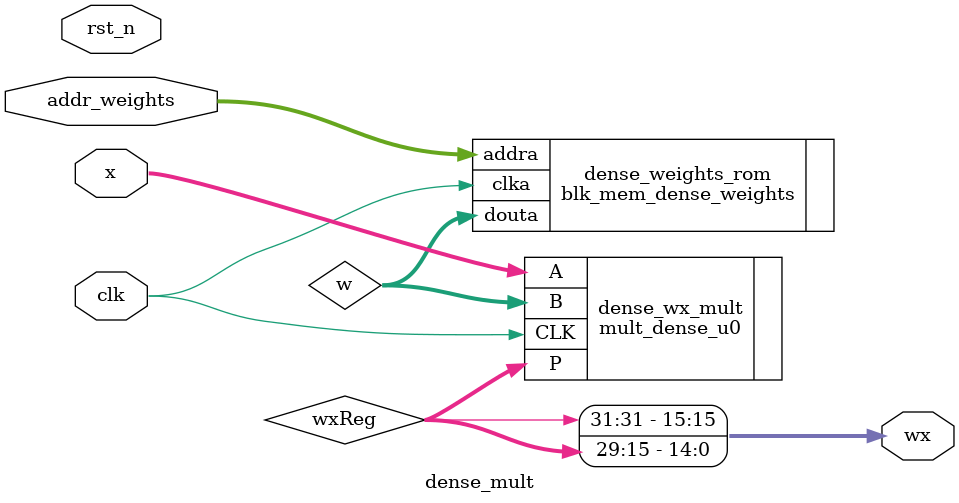
<source format=v>
`timescale 1ns / 1ps


module dense_mult(
    input clk,
    input rst_n,
    input [10:0]addr_weights,
    input [15:0]x,     
    output [15:0]wx
    );
    
    wire [15:0]w;
    wire [31:0]wxReg;
    
    blk_mem_dense_weights dense_weights_rom (
      .clka(clk),    // input wire clka
      .addra(addr_weights),  // input wire [10 : 0] addra
      .douta(w)  // output wire [15 : 0] douta
    );
    mult_dense_u0 dense_wx_mult (
      .CLK(clk),  // input wire CLK
      .A(x),      // input wire [15 : 0] A  		 (1,3,12)
      .B(w),      // input wire [15 : 0] B			(1,3,12)
      .P(wxReg)      // output wire [31 : 0] P
    );
    
    //assign wx = {wxReg[31],wxReg[26:24],wxReg[23:12]};  //(1,3,12)
	assign wx = {wxReg[31],wxReg[29:24],wxReg[23:15]};   // (1,6,9)
    
endmodule

</source>
